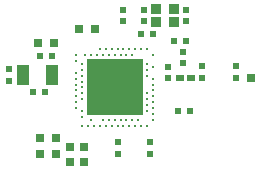
<source format=gtp>
G04*
G04 #@! TF.GenerationSoftware,Altium Limited,Altium Designer,19.0.10 (269)*
G04*
G04 Layer_Color=8421504*
%FSLAX24Y24*%
%MOIN*%
G70*
G01*
G75*
%ADD13R,0.0236X0.0197*%
%ADD14R,0.0197X0.0236*%
%ADD15R,0.0256X0.0197*%
%ADD16R,0.0300X0.0300*%
%ADD17R,0.0315X0.0295*%
%ADD18R,0.0374X0.0335*%
%ADD19R,0.0295X0.0315*%
%ADD20C,0.0118*%
%ADD21R,0.1909X0.1909*%
%ADD22R,0.0394X0.0709*%
D13*
X2520Y-787D02*
D03*
X2126D02*
D03*
X2362Y1545D02*
D03*
X1969D02*
D03*
X876Y1791D02*
D03*
X1270D02*
D03*
X-2096Y1033D02*
D03*
X-2490D02*
D03*
X-2314Y-167D02*
D03*
X-2708D02*
D03*
D14*
X4039Y323D02*
D03*
Y717D02*
D03*
X1792Y699D02*
D03*
Y305D02*
D03*
X2266Y803D02*
D03*
Y1197D02*
D03*
X2916Y717D02*
D03*
Y323D02*
D03*
X1191Y-1821D02*
D03*
Y-2215D02*
D03*
X98Y-1821D02*
D03*
Y-2215D02*
D03*
X2378Y2597D02*
D03*
Y2203D02*
D03*
X978Y2203D02*
D03*
Y2597D02*
D03*
X266Y2205D02*
D03*
Y2598D02*
D03*
X-3515Y217D02*
D03*
Y610D02*
D03*
D15*
X2539Y302D02*
D03*
X2165Y302D02*
D03*
D16*
X4550Y300D02*
D03*
D17*
X-1971Y-2215D02*
D03*
Y-1683D02*
D03*
X-2503Y-2215D02*
D03*
Y-1683D02*
D03*
X-1496Y-2500D02*
D03*
Y-1969D02*
D03*
X-1033Y-2500D02*
D03*
Y-1969D02*
D03*
D18*
X1392Y2173D02*
D03*
Y2626D02*
D03*
X1963D02*
D03*
Y2173D02*
D03*
D19*
X-2549Y1467D02*
D03*
X-2018D02*
D03*
X-1191Y1959D02*
D03*
X-659D02*
D03*
D20*
X886Y1280D02*
D03*
X-492D02*
D03*
X-295D02*
D03*
X-98D02*
D03*
X98D02*
D03*
X295D02*
D03*
X492D02*
D03*
X689D02*
D03*
X1083D02*
D03*
X-1280Y1083D02*
D03*
X-984D02*
D03*
X-787D02*
D03*
X-591D02*
D03*
X-394D02*
D03*
X-197D02*
D03*
X0D02*
D03*
X197D02*
D03*
X394D02*
D03*
X591D02*
D03*
X1280D02*
D03*
X1083Y787D02*
D03*
X-1280Y886D02*
D03*
X-1083Y787D02*
D03*
X1280Y689D02*
D03*
X-1083Y591D02*
D03*
X1083D02*
D03*
X-1280Y492D02*
D03*
X-1083Y394D02*
D03*
X1083D02*
D03*
X-1280Y295D02*
D03*
X1280D02*
D03*
X-1083Y197D02*
D03*
X-1280Y98D02*
D03*
X1280D02*
D03*
X-1083Y0D02*
D03*
X-1280Y-98D02*
D03*
X1280D02*
D03*
X-1083Y-197D02*
D03*
X1083D02*
D03*
X-1280Y-295D02*
D03*
X1280D02*
D03*
X-1083Y-394D02*
D03*
X1083D02*
D03*
X-1280Y-492D02*
D03*
X1280D02*
D03*
X1083Y-591D02*
D03*
X-1280Y-689D02*
D03*
X1280D02*
D03*
X-1083Y-787D02*
D03*
X1083D02*
D03*
X1280Y-886D02*
D03*
X-1083Y-984D02*
D03*
X-787Y-1083D02*
D03*
X-394D02*
D03*
X-197D02*
D03*
X0D02*
D03*
X197D02*
D03*
X394D02*
D03*
X591D02*
D03*
X787D02*
D03*
X1280D02*
D03*
X-1083Y-1280D02*
D03*
X-886D02*
D03*
X-689D02*
D03*
X-492D02*
D03*
X-295D02*
D03*
X-98D02*
D03*
X98D02*
D03*
X295D02*
D03*
X492D02*
D03*
X689D02*
D03*
X886D02*
D03*
X1083D02*
D03*
D21*
X0Y0D02*
D03*
D22*
X-2078Y404D02*
D03*
X-3062D02*
D03*
M02*

</source>
